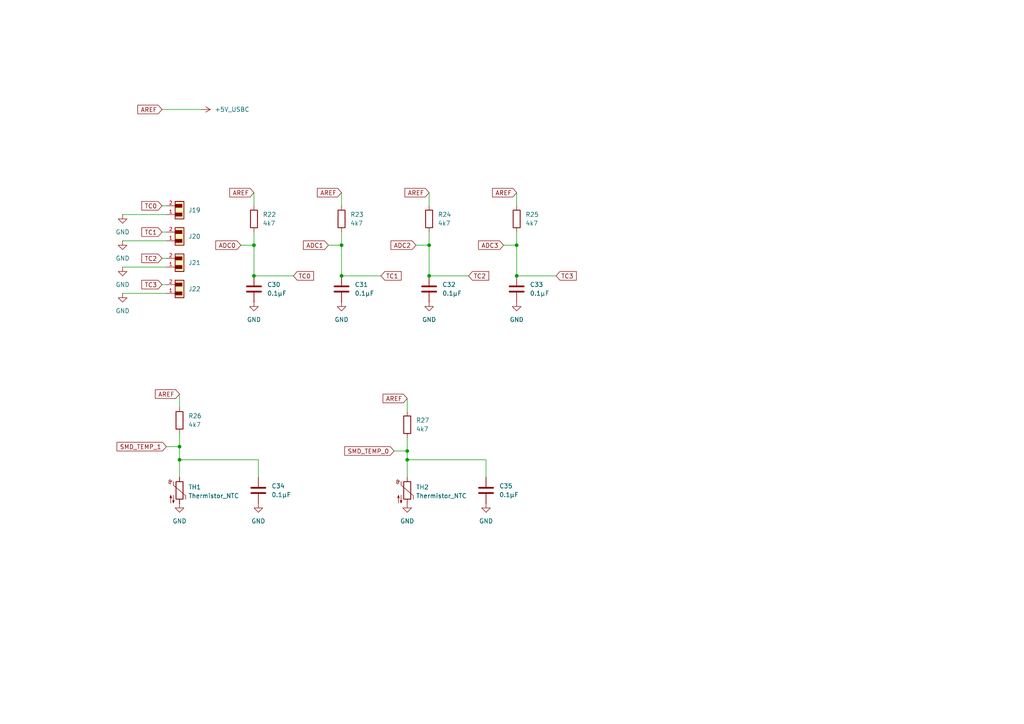
<source format=kicad_sch>
(kicad_sch (version 20231120) (generator "eeschema") (generator_version "8.0")
  (paper "A4")
  (lib_symbols
    (symbol "Device:C" (pin_numbers hide) (pin_names (offset 0.254))
      (property "Reference" "C" (at 0.635 2.54 0))
      (property "Value" "C" (at 0.635 -2.54 0))
      (symbol "C_0_1"
        (polyline (pts (xy -2.032 -0.762) (xy 2.032 -0.762)) (stroke (width 0.508)))
        (polyline (pts (xy -2.032 0.762) (xy 2.032 0.762)) (stroke (width 0.508)))
      )
      (symbol "C_1_1"
        (pin passive line (at 0 3.81 270) (length 2.794) (name "~") (number "1"))
        (pin passive line (at 0 -3.81 90) (length 2.794) (name "~") (number "2"))
      )
    )
    (symbol "Device:R" (pin_numbers hide) (pin_names (offset 0))
      (property "Reference" "R" (at 2.032 0 90))
      (property "Value" "R" (at 0 0 90))
      (symbol "R_0_1"
        (rectangle (start -1.016 -2.54) (end 1.016 2.54) (stroke (width 0.254)))
      )
      (symbol "R_1_1"
        (pin passive line (at 0 3.81 270) (length 1.27) (name "~") (number "1"))
        (pin passive line (at 0 -3.81 90) (length 1.27) (name "~") (number "2"))
      )
    )
    (symbol "Device:Thermistor_NTC" (pin_numbers hide) (pin_names (offset 0))
      (property "Reference" "TH" (at -4.445 0 90))
      (property "Value" "Thermistor_NTC" (at 3.175 0 90))
      (symbol "Thermistor_NTC_0_1"
        (arc (start -3.048 2.159) (mid -3.0495 2.3143) (end -3.175 2.413))
        (arc (start -3.048 2.159) (mid -2.9736 1.9794) (end -2.794 1.905))
        (arc (start -3.048 2.794) (mid -2.9736 2.6144) (end -2.794 2.54))
        (arc (start -2.794 1.905) (mid -2.6144 1.9794) (end -2.54 2.159))
        (arc (start -2.794 2.54) (mid -2.4393 2.5587) (end -2.159 2.794))
        (arc (start -2.794 3.048) (mid -2.9736 2.9736) (end -3.048 2.794))
        (arc (start -2.54 2.794) (mid -2.6144 2.9736) (end -2.794 3.048))
        (rectangle (start -1.016 2.54) (end 1.016 -2.54) (stroke (width 0.254)))
        (polyline (pts (xy -2.54 2.159) (xy -2.54 2.794)))
        (polyline (pts (xy -1.778 2.54) (xy -1.778 1.524) (xy 1.778 -1.524) (xy 1.778 -2.54)))
        (polyline (pts (xy -2.54 -3.683) (xy -2.54 -1.397) (xy -2.794 -2.159) (xy -2.286 -2.159) (xy -2.54 -1.397) (xy -2.54 -1.651)) (fill (type outline)))
        (polyline (pts (xy -1.778 -1.397) (xy -1.778 -3.683) (xy -2.032 -2.921) (xy -1.524 -2.921) (xy -1.778 -3.683) (xy -1.778 -3.429)) (fill (type outline)))
      )
      (symbol "Thermistor_NTC_1_1"
        (pin passive line (at 0 3.81 270) (length 1.27) (name "~") (number "1"))
        (pin passive line (at 0 -3.81 90) (length 1.27) (name "~") (number "2"))
      )
    )
    (symbol "Imported_Component_Symbols:665102131822" (pin_names (offset 1.016))
      (property "Reference" "J" (at 2.146 -0.832 0))
      (symbol "665102131822_0_0"
        (rectangle (start -3.81 -2.54) (end 1.27 0) (stroke (width 0.254)) (fill (type background)))
        (rectangle (start -3.04 -2.5) (end -2.04 -0.5) (stroke (width 0.1)) (fill (type outline)))
        (rectangle (start -0.5 -2.5) (end 0.5 -0.5) (stroke (width 0.1)) (fill (type outline)))
        (pin passive line (at 0 -5.08 90) (length 2.54) (name "~") (number "1"))
        (pin passive line (at -2.54 -5.08 90) (length 2.54) (name "~") (number "2"))
      )
    )
    (symbol "power:+5C" (power) (pin_numbers hide) (pin_names (offset 0) hide)
      (property "Value" "+5C" (at 0 3.556 0))
      (symbol "+5C_0_1"
        (polyline (pts (xy -0.762 1.27) (xy 0 2.54)))
        (polyline (pts (xy 0 0) (xy 0 2.54)))
        (polyline (pts (xy 0 2.54) (xy 0.762 1.27)))
      )
      (symbol "+5C_1_1"
        (pin power_in line (at 0 0 90) (length 0) (name "~") (number "1"))
      )
    )
    (symbol "power:GND" (power) (pin_numbers hide) (pin_names (offset 0) hide)
      (property "Value" "GND" (at 0 -3.81 0))
      (symbol "GND_0_1"
        (polyline (pts (xy 0 0) (xy 0 -1.27) (xy 1.27 -1.27) (xy 0 -2.54) (xy -1.27 -1.27) (xy 0 -1.27)))
      )
      (symbol "GND_1_1"
        (pin power_in line (at 0 0 270) (length 0) (name "~") (number "1"))
      )
    )
  )
  (junction (at 149.86 71.12))
  (junction (at 52.07 129.54))
  (junction (at 149.86 80.01))
  (junction (at 124.46 80.01))
  (junction (at 52.07 133.35))
  (junction (at 118.11 133.35))
  (junction (at 99.06 71.12))
  (junction (at 124.46 71.12))
  (junction (at 118.11 130.81))
  (junction (at 73.66 71.12))
  (junction (at 99.06 80.01))
  (junction (at 73.66 80.01))
  (wire (pts (xy 52.07 125.73) (xy 52.07 129.54)))
  (wire (pts (xy 99.06 67.31) (xy 99.06 71.12)))
  (wire (pts (xy 124.46 71.12) (xy 124.46 67.31)))
  (wire (pts (xy 46.99 82.55) (xy 48.26 82.55)))
  (wire (pts (xy 124.46 55.88) (xy 124.46 59.69)))
  (wire (pts (xy 74.93 133.35) (xy 74.93 138.43)))
  (wire (pts (xy 35.56 77.47) (xy 48.26 77.47)))
  (wire (pts (xy 99.06 80.01) (xy 99.06 71.12)))
  (wire (pts (xy 118.11 133.35) (xy 118.11 130.81)))
  (wire (pts (xy 149.86 80.01) (xy 149.86 71.12)))
  (wire (pts (xy 52.07 133.35) (xy 74.93 133.35)))
  (wire (pts (xy 118.11 115.57) (xy 118.11 119.38)))
  (wire (pts (xy 124.46 71.12) (xy 120.65 71.12)))
  (wire (pts (xy 46.99 59.69) (xy 48.26 59.69)))
  (wire (pts (xy 99.06 55.88) (xy 99.06 59.69)))
  (wire (pts (xy 99.06 71.12) (xy 95.25 71.12)))
  (wire (pts (xy 35.56 69.85) (xy 48.26 69.85)))
  (wire (pts (xy 35.56 85.09) (xy 48.26 85.09)))
  (wire (pts (xy 124.46 80.01) (xy 124.46 71.12)))
  (wire (pts (xy 52.07 114.3) (xy 52.07 118.11)))
  (wire (pts (xy 73.66 67.31) (xy 73.66 71.12)))
  (wire (pts (xy 73.66 71.12) (xy 69.85 71.12)))
  (wire (pts (xy 149.86 67.31) (xy 149.86 71.12)))
  (wire (pts (xy 124.46 80.01) (xy 135.89 80.01)))
  (wire (pts (xy 73.66 55.88) (xy 73.66 59.69)))
  (wire (pts (xy 73.66 80.01) (xy 73.66 71.12)))
  (wire (pts (xy 46.99 74.93) (xy 48.26 74.93)))
  (wire (pts (xy 52.07 133.35) (xy 52.07 129.54)))
  (wire (pts (xy 118.11 127) (xy 118.11 130.81)))
  (wire (pts (xy 46.99 31.75) (xy 58.42 31.75)))
  (wire (pts (xy 149.86 80.01) (xy 161.29 80.01)))
  (wire (pts (xy 52.07 138.43) (xy 52.07 133.35)))
  (wire (pts (xy 99.06 80.01) (xy 110.49 80.01)))
  (wire (pts (xy 149.86 55.88) (xy 149.86 59.69)))
  (wire (pts (xy 73.66 80.01) (xy 85.09 80.01)))
  (wire (pts (xy 140.97 133.35) (xy 140.97 138.43)))
  (wire (pts (xy 118.11 133.35) (xy 140.97 133.35)))
  (wire (pts (xy 118.11 138.43) (xy 118.11 133.35)))
  (wire (pts (xy 52.07 129.54) (xy 48.26 129.54)))
  (wire (pts (xy 118.11 130.81) (xy 114.3 130.81)))
  (wire (pts (xy 35.56 62.23) (xy 48.26 62.23)))
  (wire (pts (xy 46.99 67.31) (xy 48.26 67.31)))
  (wire (pts (xy 149.86 71.12) (xy 146.05 71.12)))
  (global_label "TC3" (shape input) (at 46.99 82.55 180) (property "Intersheetrefs" "${INTERSHEET_REFS}" (effects (hide yes))))
  (global_label "AREF" (shape input) (at 52.07 114.3 180) (property "Intersheetrefs" "${INTERSHEET_REFS}" (effects (hide yes))))
  (global_label "AREF" (shape input) (at 149.86 55.88 180) (property "Intersheetrefs" "${INTERSHEET_REFS}" (effects (hide yes))))
  (global_label "AREF" (shape input) (at 46.99 31.75 180) (property "Intersheetrefs" "${INTERSHEET_REFS}" (effects (hide yes))))
  (global_label "TC2" (shape input) (at 135.89 80.01 0) (property "Intersheetrefs" "${INTERSHEET_REFS}" (effects (hide yes))))
  (global_label "SMD_TEMP_1" (shape input) (at 48.26 129.54 180) (property "Intersheetrefs" "${INTERSHEET_REFS}" (effects (hide yes))))
  (global_label "TC0" (shape input) (at 85.09 80.01 0) (property "Intersheetrefs" "${INTERSHEET_REFS}" (effects (hide yes))))
  (global_label "TC3" (shape input) (at 161.29 80.01 0) (property "Intersheetrefs" "${INTERSHEET_REFS}" (effects (hide yes))))
  (global_label "SMD_TEMP_0" (shape input) (at 114.3 130.81 180) (property "Intersheetrefs" "${INTERSHEET_REFS}" (effects (hide yes))))
  (global_label "TC1" (shape input) (at 46.99 67.31 180) (property "Intersheetrefs" "${INTERSHEET_REFS}" (effects (hide yes))))
  (global_label "AREF" (shape input) (at 118.11 115.57 180) (property "Intersheetrefs" "${INTERSHEET_REFS}" (effects (hide yes))))
  (global_label "AREF" (shape input) (at 124.46 55.88 180) (property "Intersheetrefs" "${INTERSHEET_REFS}" (effects (hide yes))))
  (global_label "TC1" (shape input) (at 110.49 80.01 0) (property "Intersheetrefs" "${INTERSHEET_REFS}" (effects (hide yes))))
  (global_label "ADC0" (shape input) (at 69.85 71.12 180) (property "Intersheetrefs" "${INTERSHEET_REFS}" (effects (hide yes))))
  (global_label "AREF" (shape input) (at 73.66 55.88 180) (property "Intersheetrefs" "${INTERSHEET_REFS}" (effects (hide yes))))
  (global_label "ADC3" (shape input) (at 146.05 71.12 180) (property "Intersheetrefs" "${INTERSHEET_REFS}" (effects (hide yes))))
  (global_label "ADC2" (shape input) (at 120.65 71.12 180) (property "Intersheetrefs" "${INTERSHEET_REFS}" (effects (hide yes))))
  (global_label "TC0" (shape input) (at 46.99 59.69 180) (property "Intersheetrefs" "${INTERSHEET_REFS}" (effects (hide yes))))
  (global_label "ADC1" (shape input) (at 95.25 71.12 180) (property "Intersheetrefs" "${INTERSHEET_REFS}" (effects (hide yes))))
  (global_label "TC2" (shape input) (at 46.99 74.93 180) (property "Intersheetrefs" "${INTERSHEET_REFS}" (effects (hide yes))))
  (global_label "AREF" (shape input) (at 99.06 55.88 180) (property "Intersheetrefs" "${INTERSHEET_REFS}" (effects (hide yes))))
  (symbol (lib_id "power:GND") (at 35.56 85.09 0) (unit 1)
    (property "Reference" "#PWR0119" (effects (hide yes)))
    (property "Value" "GND" (at 35.56 90.17 0))
    (property "Description" "Power symbol creates a global label with name \"GND\" , ground" (effects (hide yes)))
  )
  (symbol (lib_id "Device:C") (at 99.06 83.82 0) (unit 1)
    (property "Reference" "C31" (at 102.87 82.5499 0) (effects (justify left)))
    (property "Value" "0.1µF" (at 102.87 85.0899 0) (effects (justify left)))
    (property "Footprint" "Capacitor_SMD:C_0402_1005Metric_Pad0.74x0.62mm_HandSolder" (effects (hide yes)))
    (property "Description" "Unpolarized capacitor" (effects (hide yes)))
  )
  (symbol (lib_id "Imported_Component_Symbols:665102131822") (at 53.34 85.09 270) (unit 1)
    (property "Reference" "J22" (at 54.61 83.8199 90) (effects (justify left)))
    (property "Value" "T3" (effects (hide yes)))
    (property "Footprint" "Imported_Component_Footprints:665102131822" (effects (hide yes)))
    (property "CONTACT-RESISTANCE" "20mOhm" (effects (hide yes)))
    (property "GENDER" "Male" (effects (hide yes)))
    (property "MOUNT" "SMT" (effects (hide yes)))
    (property "IR" "1A" (effects (hide yes)))
    (property "L" "4mm" (effects (hide yes)))
    (property "PACKAGING" "Tape and Reel" (effects (hide yes)))
    (property "PART-NUMBER" "665102131822" (effects (hide yes)))
    (property "DATASHEET-URL" "https://www.we-online.com/redexpert/spec/665102131822?ae" (effects (hide yes)))
    (property "WORKING-VOLTAGE" "50V(AC)" (effects (hide yes)))
    (property "PINS" "2" (effects (hide yes)))
    (property "PITCH" "1mm" (effects (hide yes)))
    (property "TYPE" "Horizontal" (effects (hide yes)))
    (property "PCB-CABLE-PANEL" "PCB" (effects (hide yes)))
  )
  (symbol (lib_id "Device:Thermistor_NTC") (at 52.07 142.24 0) (unit 1)
    (property "Reference" "TH1" (at 54.61 141.2874 0) (effects (justify left)))
    (property "Value" "Thermistor_NTC" (at 54.61 143.8274 0) (effects (justify left)))
    (property "Footprint" "Resistor_SMD:R_0805_2012Metric" (effects (hide yes)))
    (property "Description" "Temperature dependent resistor, negative temperature coefficient" (effects (hide yes)))
  )
  (symbol (lib_id "power:GND") (at 35.56 62.23 0) (unit 1)
    (property "Reference" "#PWR0116" (effects (hide yes)))
    (property "Value" "GND" (at 35.56 67.31 0))
    (property "Description" "Power symbol creates a global label with name \"GND\" , ground" (effects (hide yes)))
  )
  (symbol (lib_id "Imported_Component_Symbols:665102131822") (at 53.34 77.47 270) (unit 1)
    (property "Reference" "J21" (at 54.61 76.1999 90) (effects (justify left)))
    (property "Value" "T2" (effects (hide yes)))
    (property "Footprint" "Imported_Component_Footprints:665102131822" (effects (hide yes)))
    (property "CONTACT-RESISTANCE" "20mOhm" (effects (hide yes)))
    (property "GENDER" "Male" (effects (hide yes)))
    (property "MOUNT" "SMT" (effects (hide yes)))
    (property "IR" "1A" (effects (hide yes)))
    (property "L" "4mm" (effects (hide yes)))
    (property "PACKAGING" "Tape and Reel" (effects (hide yes)))
    (property "PART-NUMBER" "665102131822" (effects (hide yes)))
    (property "DATASHEET-URL" "https://www.we-online.com/redexpert/spec/665102131822?ae" (effects (hide yes)))
    (property "WORKING-VOLTAGE" "50V(AC)" (effects (hide yes)))
    (property "PINS" "2" (effects (hide yes)))
    (property "PITCH" "1mm" (effects (hide yes)))
    (property "TYPE" "Horizontal" (effects (hide yes)))
    (property "PCB-CABLE-PANEL" "PCB" (effects (hide yes)))
  )
  (symbol (lib_id "Device:R") (at 149.86 63.5 0) (unit 1)
    (property "Reference" "R25" (at 152.4 62.2299 0) (effects (justify left)))
    (property "Value" "4k7" (at 152.4 64.7699 0) (effects (justify left)))
    (property "Footprint" "Resistor_SMD:R_0402_1005Metric" (effects (hide yes)))
    (property "Description" "Resistor" (effects (hide yes)))
  )
  (symbol (lib_id "power:GND") (at 35.56 69.85 0) (unit 1)
    (property "Reference" "#PWR0117" (effects (hide yes)))
    (property "Value" "GND" (at 35.56 74.93 0))
    (property "Description" "Power symbol creates a global label with name \"GND\" , ground" (effects (hide yes)))
  )
  (symbol (lib_id "power:GND") (at 73.66 87.63 0) (unit 1)
    (property "Reference" "#PWR0120" (effects (hide yes)))
    (property "Value" "GND" (at 73.66 92.71 0))
    (property "Description" "Power symbol creates a global label with name \"GND\" , ground" (effects (hide yes)))
  )
  (symbol (lib_id "power:GND") (at 124.46 87.63 0) (unit 1)
    (property "Reference" "#PWR0122" (effects (hide yes)))
    (property "Value" "GND" (at 124.46 92.71 0))
    (property "Description" "Power symbol creates a global label with name \"GND\" , ground" (effects (hide yes)))
  )
  (symbol (lib_id "Device:C") (at 74.93 142.24 0) (unit 1)
    (property "Reference" "C34" (at 78.74 140.9699 0) (effects (justify left)))
    (property "Value" "0.1µF" (at 78.74 143.5099 0) (effects (justify left)))
    (property "Footprint" "Capacitor_SMD:C_0402_1005Metric_Pad0.74x0.62mm_HandSolder" (effects (hide yes)))
    (property "Description" "Unpolarized capacitor" (effects (hide yes)))
  )
  (symbol (lib_id "Device:C") (at 73.66 83.82 0) (unit 1)
    (property "Reference" "C30" (at 77.47 82.5499 0) (effects (justify left)))
    (property "Value" "0.1µF" (at 77.47 85.0899 0) (effects (justify left)))
    (property "Footprint" "Capacitor_SMD:C_0402_1005Metric_Pad0.74x0.62mm_HandSolder" (effects (hide yes)))
    (property "Description" "Unpolarized capacitor" (effects (hide yes)))
  )
  (symbol (lib_id "power:GND") (at 99.06 87.63 0) (unit 1)
    (property "Reference" "#PWR0121" (effects (hide yes)))
    (property "Value" "GND" (at 99.06 92.71 0))
    (property "Description" "Power symbol creates a global label with name \"GND\" , ground" (effects (hide yes)))
  )
  (symbol (lib_id "Device:C") (at 140.97 142.24 0) (unit 1)
    (property "Reference" "C35" (at 144.78 140.9699 0) (effects (justify left)))
    (property "Value" "0.1µF" (at 144.78 143.5099 0) (effects (justify left)))
    (property "Footprint" "Capacitor_SMD:C_0402_1005Metric_Pad0.74x0.62mm_HandSolder" (effects (hide yes)))
    (property "Description" "Unpolarized capacitor" (effects (hide yes)))
  )
  (symbol (lib_id "Imported_Component_Symbols:665102131822") (at 53.34 62.23 270) (unit 1)
    (property "Reference" "J19" (at 54.61 60.9599 90) (effects (justify left)))
    (property "Value" "T2" (effects (hide yes)))
    (property "Footprint" "Imported_Component_Footprints:665102131822" (effects (hide yes)))
    (property "CONTACT-RESISTANCE" "20mOhm" (effects (hide yes)))
    (property "GENDER" "Male" (effects (hide yes)))
    (property "MOUNT" "SMT" (effects (hide yes)))
    (property "IR" "1A" (effects (hide yes)))
    (property "L" "4mm" (effects (hide yes)))
    (property "PACKAGING" "Tape and Reel" (effects (hide yes)))
    (property "PART-NUMBER" "665102131822" (effects (hide yes)))
    (property "DATASHEET-URL" "https://www.we-online.com/redexpert/spec/665102131822?ae" (effects (hide yes)))
    (property "WORKING-VOLTAGE" "50V(AC)" (effects (hide yes)))
    (property "PINS" "2" (effects (hide yes)))
    (property "PITCH" "1mm" (effects (hide yes)))
    (property "TYPE" "Horizontal" (effects (hide yes)))
    (property "PCB-CABLE-PANEL" "PCB" (effects (hide yes)))
  )
  (symbol (lib_id "Device:C") (at 149.86 83.82 0) (unit 1)
    (property "Reference" "C33" (at 153.67 82.5499 0) (effects (justify left)))
    (property "Value" "0.1µF" (at 153.67 85.0899 0) (effects (justify left)))
    (property "Footprint" "Capacitor_SMD:C_0402_1005Metric_Pad0.74x0.62mm_HandSolder" (effects (hide yes)))
    (property "Description" "Unpolarized capacitor" (effects (hide yes)))
  )
  (symbol (lib_id "power:GND") (at 149.86 87.63 0) (unit 1)
    (property "Reference" "#PWR0123" (effects (hide yes)))
    (property "Value" "GND" (at 149.86 92.71 0))
    (property "Description" "Power symbol creates a global label with name \"GND\" , ground" (effects (hide yes)))
  )
  (symbol (lib_id "power:GND") (at 35.56 77.47 0) (unit 1)
    (property "Reference" "#PWR0118" (effects (hide yes)))
    (property "Value" "GND" (at 35.56 82.55 0))
    (property "Description" "Power symbol creates a global label with name \"GND\" , ground" (effects (hide yes)))
  )
  (symbol (lib_id "Device:R") (at 52.07 121.92 0) (unit 1)
    (property "Reference" "R26" (at 54.61 120.6499 0) (effects (justify left)))
    (property "Value" "4k7" (at 54.61 123.1899 0) (effects (justify left)))
    (property "Footprint" "Resistor_SMD:R_0402_1005Metric" (effects (hide yes)))
    (property "Description" "Resistor" (effects (hide yes)))
  )
  (symbol (lib_id "Device:Thermistor_NTC") (at 118.11 142.24 0) (unit 1)
    (property "Reference" "TH2" (at 120.65 141.2874 0) (effects (justify left)))
    (property "Value" "Thermistor_NTC" (at 120.65 143.8274 0) (effects (justify left)))
    (property "Footprint" "Resistor_SMD:R_0805_2012Metric" (effects (hide yes)))
    (property "Description" "Temperature dependent resistor, negative temperature coefficient" (effects (hide yes)))
  )
  (symbol (lib_id "power:GND") (at 52.07 146.05 0) (unit 1)
    (property "Reference" "#PWR0124" (effects (hide yes)))
    (property "Value" "GND" (at 52.07 151.13 0))
    (property "Description" "Power symbol creates a global label with name \"GND\" , ground" (effects (hide yes)))
  )
  (symbol (lib_id "power:GND") (at 118.11 146.05 0) (unit 1)
    (property "Reference" "#PWR0126" (effects (hide yes)))
    (property "Value" "GND" (at 118.11 151.13 0))
    (property "Description" "Power symbol creates a global label with name \"GND\" , ground" (effects (hide yes)))
  )
  (symbol (lib_id "Device:R") (at 73.66 63.5 0) (unit 1)
    (property "Reference" "R22" (at 76.2 62.2299 0) (effects (justify left)))
    (property "Value" "4k7" (at 76.2 64.7699 0) (effects (justify left)))
    (property "Footprint" "Resistor_SMD:R_0402_1005Metric" (effects (hide yes)))
    (property "Description" "Resistor" (effects (hide yes)))
  )
  (symbol (lib_id "Device:C") (at 124.46 83.82 0) (unit 1)
    (property "Reference" "C32" (at 128.27 82.5499 0) (effects (justify left)))
    (property "Value" "0.1µF" (at 128.27 85.0899 0) (effects (justify left)))
    (property "Footprint" "Capacitor_SMD:C_0402_1005Metric_Pad0.74x0.62mm_HandSolder" (effects (hide yes)))
    (property "Description" "Unpolarized capacitor" (effects (hide yes)))
  )
  (symbol (lib_id "Device:R") (at 118.11 123.19 0) (unit 1)
    (property "Reference" "R27" (at 120.65 121.9199 0) (effects (justify left)))
    (property "Value" "4k7" (at 120.65 124.4599 0) (effects (justify left)))
    (property "Footprint" "Resistor_SMD:R_0402_1005Metric" (effects (hide yes)))
    (property "Description" "Resistor" (effects (hide yes)))
  )
  (symbol (lib_id "power:GND") (at 140.97 146.05 0) (unit 1)
    (property "Reference" "#PWR0127" (effects (hide yes)))
    (property "Value" "GND" (at 140.97 151.13 0))
    (property "Description" "Power symbol creates a global label with name \"GND\" , ground" (effects (hide yes)))
  )
  (symbol (lib_id "Device:R") (at 124.46 63.5 0) (unit 1)
    (property "Reference" "R24" (at 127 62.2299 0) (effects (justify left)))
    (property "Value" "4k7" (at 127 64.7699 0) (effects (justify left)))
    (property "Footprint" "Resistor_SMD:R_0402_1005Metric" (effects (hide yes)))
    (property "Description" "Resistor" (effects (hide yes)))
  )
  (symbol (lib_id "power:GND") (at 74.93 146.05 0) (unit 1)
    (property "Reference" "#PWR0125" (effects (hide yes)))
    (property "Value" "GND" (at 74.93 151.13 0))
    (property "Description" "Power symbol creates a global label with name \"GND\" , ground" (effects (hide yes)))
  )
  (symbol (lib_id "power:+5C") (at 58.42 31.75 270) (unit 1)
    (property "Reference" "#PWR0115" (effects (hide yes)))
    (property "Value" "+5V_USBC" (at 62.23 31.7501 90) (effects (justify left)))
    (property "Description" "Power symbol creates a global label with name \"+5C\"" (effects (hide yes)))
  )
  (symbol (lib_id "Device:R") (at 99.06 63.5 0) (unit 1)
    (property "Reference" "R23" (at 101.6 62.2299 0) (effects (justify left)))
    (property "Value" "4k7" (at 101.6 64.7699 0) (effects (justify left)))
    (property "Footprint" "Resistor_SMD:R_0402_1005Metric" (effects (hide yes)))
    (property "Description" "Resistor" (effects (hide yes)))
  )
  (symbol (lib_id "Imported_Component_Symbols:665102131822") (at 53.34 69.85 270) (unit 1)
    (property "Reference" "J20" (at 54.61 68.5799 90) (effects (justify left)))
    (property "Value" "T2" (effects (hide yes)))
    (property "Footprint" "Imported_Component_Footprints:665102131822" (effects (hide yes)))
    (property "CONTACT-RESISTANCE" "20mOhm" (effects (hide yes)))
    (property "GENDER" "Male" (effects (hide yes)))
    (property "MOUNT" "SMT" (effects (hide yes)))
    (property "IR" "1A" (effects (hide yes)))
    (property "L" "4mm" (effects (hide yes)))
    (property "PACKAGING" "Tape and Reel" (effects (hide yes)))
    (property "PART-NUMBER" "665102131822" (effects (hide yes)))
    (property "DATASHEET-URL" "https://www.we-online.com/redexpert/spec/665102131822?ae" (effects (hide yes)))
    (property "WORKING-VOLTAGE" "50V(AC)" (effects (hide yes)))
    (property "PINS" "2" (effects (hide yes)))
    (property "PITCH" "1mm" (effects (hide yes)))
    (property "TYPE" "Horizontal" (effects (hide yes)))
    (property "PCB-CABLE-PANEL" "PCB" (effects (hide yes)))
  )
)
</source>
